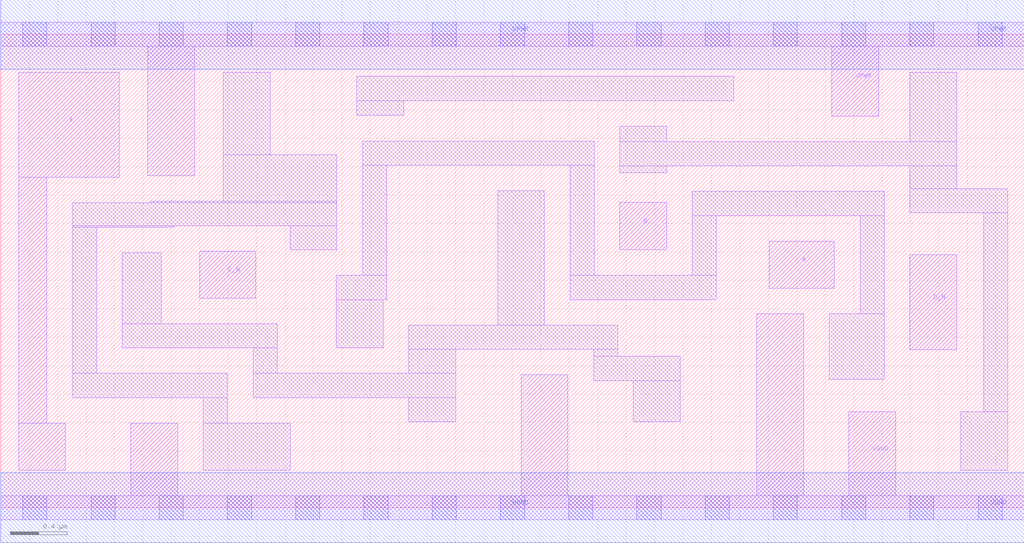
<source format=lef>
# Copyright 2020 The SkyWater PDK Authors
#
# Licensed under the Apache License, Version 2.0 (the "License");
# you may not use this file except in compliance with the License.
# You may obtain a copy of the License at
#
#     https://www.apache.org/licenses/LICENSE-2.0
#
# Unless required by applicable law or agreed to in writing, software
# distributed under the License is distributed on an "AS IS" BASIS,
# WITHOUT WARRANTIES OR CONDITIONS OF ANY KIND, either express or implied.
# See the License for the specific language governing permissions and
# limitations under the License.
#
# SPDX-License-Identifier: Apache-2.0

VERSION 5.7 ;
  NAMESCASESENSITIVE ON ;
  NOWIREEXTENSIONATPIN ON ;
  DIVIDERCHAR "/" ;
  BUSBITCHARS "[]" ;
UNITS
  DATABASE MICRONS 200 ;
END UNITS
MACRO sky130_fd_sc_lp__or4bb_lp
  CLASS CORE ;
  SOURCE USER ;
  FOREIGN sky130_fd_sc_lp__or4bb_lp ;
  ORIGIN  0.000000  0.000000 ;
  SIZE  7.200000 BY  3.330000 ;
  SYMMETRY X Y R90 ;
  SITE unit ;
  PIN A
    ANTENNAGATEAREA  0.376000 ;
    DIRECTION INPUT ;
    USE SIGNAL ;
    PORT
      LAYER li1 ;
        RECT 5.405000 1.545000 5.865000 1.875000 ;
    END
  END A
  PIN B
    ANTENNAGATEAREA  0.376000 ;
    DIRECTION INPUT ;
    USE SIGNAL ;
    PORT
      LAYER li1 ;
        RECT 4.355000 1.815000 4.685000 2.150000 ;
    END
  END B
  PIN C_N
    ANTENNAGATEAREA  0.376000 ;
    DIRECTION INPUT ;
    USE SIGNAL ;
    PORT
      LAYER li1 ;
        RECT 1.400000 1.475000 1.795000 1.805000 ;
    END
  END C_N
  PIN D_N
    ANTENNAGATEAREA  0.376000 ;
    DIRECTION INPUT ;
    USE SIGNAL ;
    PORT
      LAYER li1 ;
        RECT 6.395000 1.110000 6.725000 1.780000 ;
    END
  END D_N
  PIN X
    ANTENNADIFFAREA  0.404700 ;
    DIRECTION OUTPUT ;
    USE SIGNAL ;
    PORT
      LAYER li1 ;
        RECT 0.125000 0.265000 0.455000 0.595000 ;
        RECT 0.125000 0.595000 0.325000 2.325000 ;
        RECT 0.125000 2.325000 0.835000 3.065000 ;
    END
  END X
  PIN VGND
    DIRECTION INOUT ;
    USE GROUND ;
    PORT
      LAYER li1 ;
        RECT 0.000000 -0.085000 7.200000 0.085000 ;
        RECT 0.915000  0.085000 1.245000 0.595000 ;
        RECT 3.660000  0.085000 3.990000 0.935000 ;
        RECT 5.320000  0.085000 5.650000 1.365000 ;
        RECT 5.965000  0.085000 6.295000 0.675000 ;
      LAYER mcon ;
        RECT 0.155000 -0.085000 0.325000 0.085000 ;
        RECT 0.635000 -0.085000 0.805000 0.085000 ;
        RECT 1.115000 -0.085000 1.285000 0.085000 ;
        RECT 1.595000 -0.085000 1.765000 0.085000 ;
        RECT 2.075000 -0.085000 2.245000 0.085000 ;
        RECT 2.555000 -0.085000 2.725000 0.085000 ;
        RECT 3.035000 -0.085000 3.205000 0.085000 ;
        RECT 3.515000 -0.085000 3.685000 0.085000 ;
        RECT 3.995000 -0.085000 4.165000 0.085000 ;
        RECT 4.475000 -0.085000 4.645000 0.085000 ;
        RECT 4.955000 -0.085000 5.125000 0.085000 ;
        RECT 5.435000 -0.085000 5.605000 0.085000 ;
        RECT 5.915000 -0.085000 6.085000 0.085000 ;
        RECT 6.395000 -0.085000 6.565000 0.085000 ;
        RECT 6.875000 -0.085000 7.045000 0.085000 ;
      LAYER met1 ;
        RECT 0.000000 -0.245000 7.200000 0.245000 ;
    END
  END VGND
  PIN VPWR
    DIRECTION INOUT ;
    USE POWER ;
    PORT
      LAYER li1 ;
        RECT 0.000000 3.245000 7.200000 3.415000 ;
        RECT 1.035000 2.335000 1.365000 3.245000 ;
        RECT 5.845000 2.755000 6.175000 3.245000 ;
      LAYER mcon ;
        RECT 0.155000 3.245000 0.325000 3.415000 ;
        RECT 0.635000 3.245000 0.805000 3.415000 ;
        RECT 1.115000 3.245000 1.285000 3.415000 ;
        RECT 1.595000 3.245000 1.765000 3.415000 ;
        RECT 2.075000 3.245000 2.245000 3.415000 ;
        RECT 2.555000 3.245000 2.725000 3.415000 ;
        RECT 3.035000 3.245000 3.205000 3.415000 ;
        RECT 3.515000 3.245000 3.685000 3.415000 ;
        RECT 3.995000 3.245000 4.165000 3.415000 ;
        RECT 4.475000 3.245000 4.645000 3.415000 ;
        RECT 4.955000 3.245000 5.125000 3.415000 ;
        RECT 5.435000 3.245000 5.605000 3.415000 ;
        RECT 5.915000 3.245000 6.085000 3.415000 ;
        RECT 6.395000 3.245000 6.565000 3.415000 ;
        RECT 6.875000 3.245000 7.045000 3.415000 ;
      LAYER met1 ;
        RECT 0.000000 3.085000 7.200000 3.575000 ;
    END
  END VPWR
  OBS
    LAYER li1 ;
      RECT 0.505000 0.775000 1.595000 0.945000 ;
      RECT 0.505000 0.945000 0.675000 1.975000 ;
      RECT 0.505000 1.975000 1.220000 1.985000 ;
      RECT 0.505000 1.985000 2.365000 2.145000 ;
      RECT 0.855000 1.125000 1.945000 1.295000 ;
      RECT 0.855000 1.295000 1.130000 1.795000 ;
      RECT 1.050000 2.145000 2.365000 2.155000 ;
      RECT 1.425000 0.265000 2.035000 0.595000 ;
      RECT 1.425000 0.595000 1.595000 0.775000 ;
      RECT 1.565000 2.155000 2.365000 2.485000 ;
      RECT 1.565000 2.485000 1.895000 3.065000 ;
      RECT 1.775000 0.775000 3.200000 0.945000 ;
      RECT 1.775000 0.945000 1.945000 1.125000 ;
      RECT 2.035000 1.815000 2.365000 1.985000 ;
      RECT 2.360000 1.125000 2.690000 1.465000 ;
      RECT 2.360000 1.465000 2.715000 1.635000 ;
      RECT 2.505000 2.760000 2.835000 2.865000 ;
      RECT 2.505000 2.865000 5.155000 3.035000 ;
      RECT 2.545000 1.635000 2.715000 2.410000 ;
      RECT 2.545000 2.410000 4.175000 2.580000 ;
      RECT 2.870000 0.605000 3.200000 0.775000 ;
      RECT 2.870000 0.945000 3.200000 1.115000 ;
      RECT 2.870000 1.115000 4.340000 1.285000 ;
      RECT 3.495000 1.285000 3.825000 2.230000 ;
      RECT 4.005000 1.465000 5.035000 1.635000 ;
      RECT 4.005000 1.635000 4.175000 2.410000 ;
      RECT 4.170000 0.895000 4.780000 1.065000 ;
      RECT 4.170000 1.065000 4.340000 1.115000 ;
      RECT 4.355000 2.355000 4.685000 2.405000 ;
      RECT 4.355000 2.405000 6.725000 2.575000 ;
      RECT 4.355000 2.575000 4.685000 2.685000 ;
      RECT 4.450000 0.605000 4.780000 0.895000 ;
      RECT 4.865000 1.635000 5.035000 2.055000 ;
      RECT 4.865000 2.055000 6.215000 2.225000 ;
      RECT 5.830000 0.905000 6.215000 1.365000 ;
      RECT 6.045000 1.365000 6.215000 2.055000 ;
      RECT 6.395000 2.075000 7.085000 2.245000 ;
      RECT 6.395000 2.245000 6.725000 2.405000 ;
      RECT 6.395000 2.575000 6.725000 3.065000 ;
      RECT 6.755000 0.265000 7.085000 0.675000 ;
      RECT 6.915000 0.675000 7.085000 2.075000 ;
  END
END sky130_fd_sc_lp__or4bb_lp

</source>
